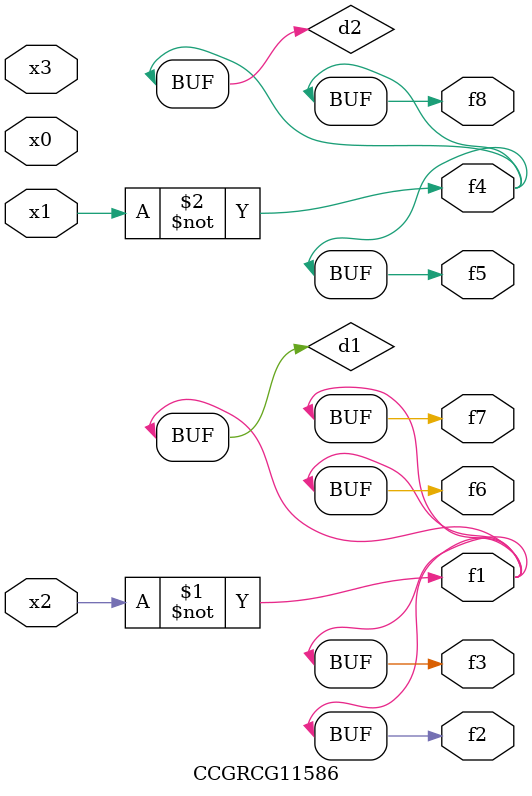
<source format=v>
module CCGRCG11586(
	input x0, x1, x2, x3,
	output f1, f2, f3, f4, f5, f6, f7, f8
);

	wire d1, d2;

	xnor (d1, x2);
	not (d2, x1);
	assign f1 = d1;
	assign f2 = d1;
	assign f3 = d1;
	assign f4 = d2;
	assign f5 = d2;
	assign f6 = d1;
	assign f7 = d1;
	assign f8 = d2;
endmodule

</source>
